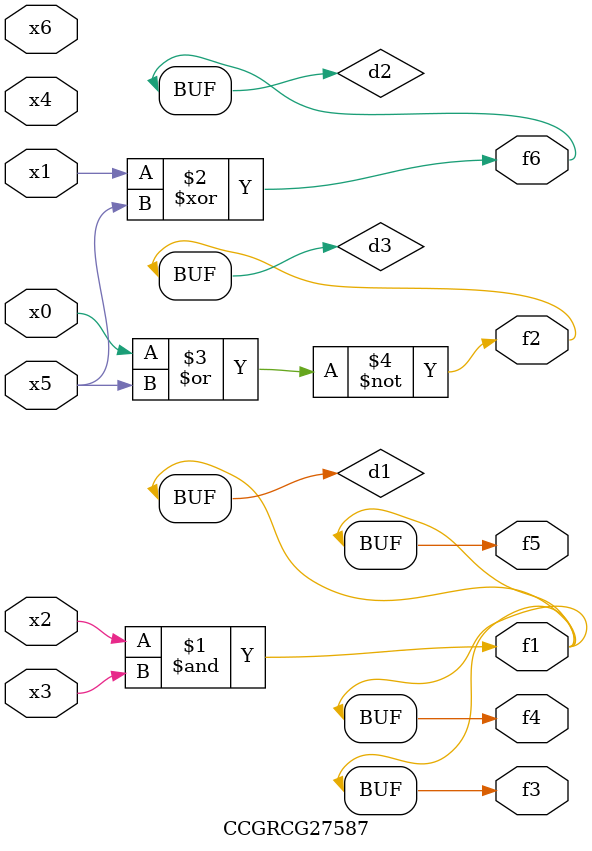
<source format=v>
module CCGRCG27587(
	input x0, x1, x2, x3, x4, x5, x6,
	output f1, f2, f3, f4, f5, f6
);

	wire d1, d2, d3;

	and (d1, x2, x3);
	xor (d2, x1, x5);
	nor (d3, x0, x5);
	assign f1 = d1;
	assign f2 = d3;
	assign f3 = d1;
	assign f4 = d1;
	assign f5 = d1;
	assign f6 = d2;
endmodule

</source>
